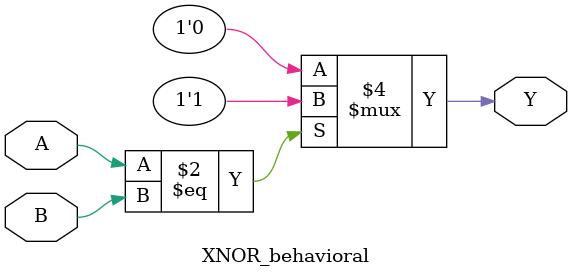
<source format=v>
module XNOR_behavioral(output reg Y, input A, B);
  always @ (A or B) begin
    if (A == B)
      Y = 1'b1;   // XNOR is 1 when inputs are equal
    else
      Y = 1'b0;   // Otherwise 0
  end
endmodule

</source>
